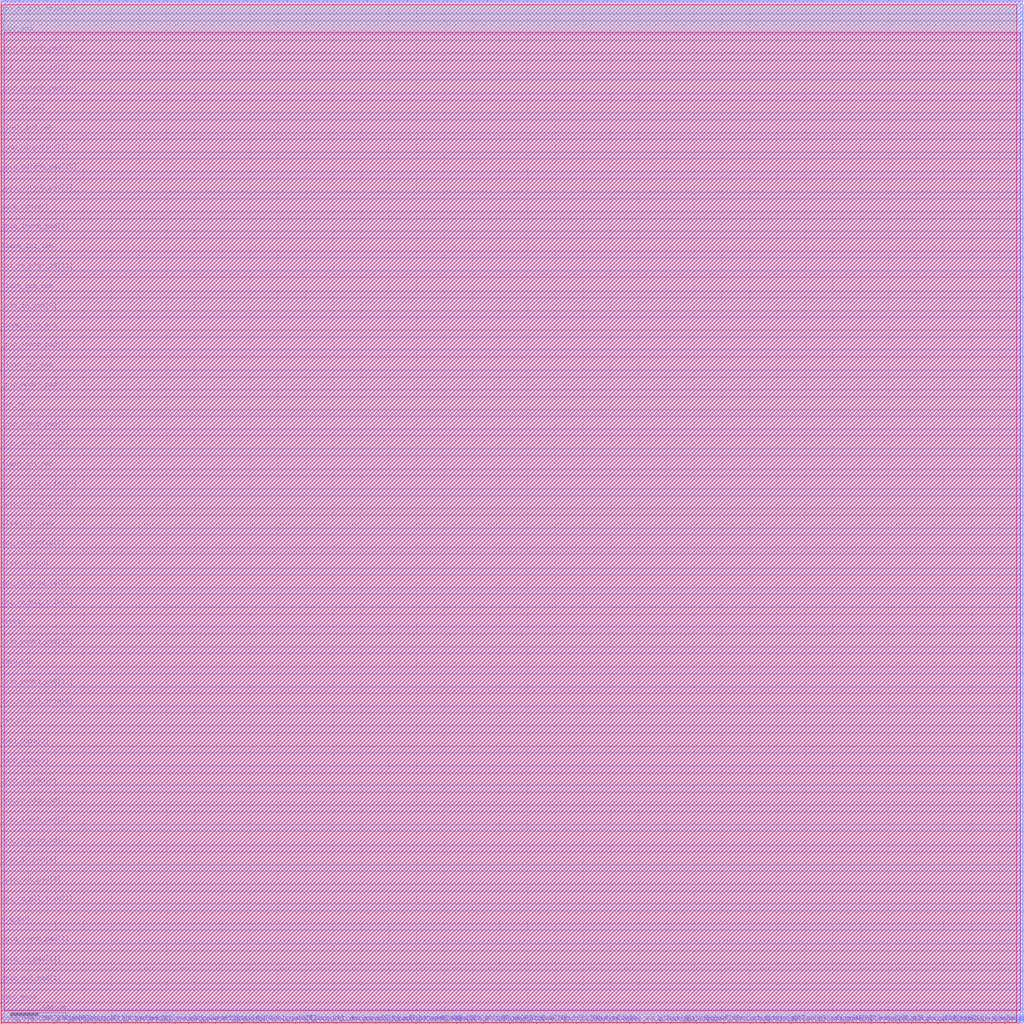
<source format=lef>
VERSION 5.3 ;
   NAMESCASESENSITIVE ON ;
   NOWIREEXTENSIONATPIN ON ;
   DIVIDERCHAR "/" ;
   BUSBITCHARS "[]" ;
UNITS
   DATABASE MICRONS 1000 ;
END UNITS

MACRO striVe_soc
   CLASS BLOCK ;
   FOREIGN striVe_soc ;
   ORIGIN -0.0000 -0.0000 ;
   SIZE 1844.9650 BY 1844.9650 ;
   PIN pll_clk
      DIRECTION INPUT ;
      PORT
         LAYER met2 ;
	    RECT 1496.9500 0.0000 1497.5100 2.1200 ;
      END
   END pll_clk
   PIN ext_clk
      DIRECTION INPUT ;
      PORT
         LAYER met3 ;
	    RECT 0.0000 536.2200 2.2000 537.4200 ;
      END
   END ext_clk
   PIN ext_clk_sel
      DIRECTION INPUT ;
      PORT
         LAYER met3 ;
	    RECT 0.0000 1640.5399 2.2000 1641.7400 ;
      END
   END ext_clk_sel
   PIN clk
      DIRECTION INPUT ;
      PORT
         LAYER met2 ;
	    RECT 1110.5499 0.0000 1111.1100 2.1200 ;
      END
   END clk
   PIN resetn
      DIRECTION INPUT ;
      PORT
         LAYER met3 ;
	    RECT 0.0000 714.3800 2.2000 715.5800 ;
      END
   END resetn
   PIN gpio_out_pad[15]
      DIRECTION OUTPUT TRISTATE ;
      PORT
         LAYER met2 ;
	    RECT 652.3900 0.0000 652.9500 2.1200 ;
      END
   END gpio_out_pad[15]
   PIN gpio_out_pad[14]
      DIRECTION OUTPUT TRISTATE ;
      PORT
         LAYER met3 ;
	    RECT 1842.7650 915.6600 1844.9650 916.8600 ;
      END
   END gpio_out_pad[14]
   PIN gpio_out_pad[13]
      DIRECTION OUTPUT TRISTATE ;
      PORT
         LAYER met2 ;
	    RECT 1191.5100 1842.8450 1192.0699 1844.9650 ;
      END
   END gpio_out_pad[13]
   PIN gpio_out_pad[12]
      DIRECTION OUTPUT TRISTATE ;
      PORT
         LAYER met2 ;
	    RECT 97.6300 0.0000 98.1900 2.1200 ;
      END
   END gpio_out_pad[12]
   PIN gpio_out_pad[11]
      DIRECTION OUTPUT TRISTATE ;
      PORT
         LAYER met3 ;
	    RECT 1842.7650 1129.1799 1844.9650 1130.3800 ;
      END
   END gpio_out_pad[11]
   PIN gpio_out_pad[10]
      DIRECTION OUTPUT TRISTATE ;
      PORT
         LAYER met2 ;
	    RECT 363.5100 0.0000 364.0700 2.1200 ;
      END
   END gpio_out_pad[10]
   PIN gpio_out_pad[9]
      DIRECTION OUTPUT TRISTATE ;
      PORT
         LAYER met2 ;
	    RECT 1665.3099 0.0000 1665.8700 2.1200 ;
      END
   END gpio_out_pad[9]
   PIN gpio_out_pad[8]
      DIRECTION OUTPUT TRISTATE ;
      PORT
         LAYER met2 ;
	    RECT 9.3100 1842.8450 9.8700 1844.9650 ;
      END
   END gpio_out_pad[8]
   PIN gpio_out_pad[7]
      DIRECTION OUTPUT TRISTATE ;
      PORT
         LAYER met2 ;
	    RECT 1600.9099 1842.8450 1601.4700 1844.9650 ;
      END
   END gpio_out_pad[7]
   PIN gpio_out_pad[6]
      DIRECTION OUTPUT TRISTATE ;
      PORT
         LAYER met3 ;
	    RECT 1842.7650 630.0600 1844.9650 631.2600 ;
      END
   END gpio_out_pad[6]
   PIN gpio_out_pad[5]
      DIRECTION OUTPUT TRISTATE ;
      PORT
         LAYER met3 ;
	    RECT 1842.7650 594.7000 1844.9650 595.9000 ;
      END
   END gpio_out_pad[5]
   PIN gpio_out_pad[4]
      DIRECTION OUTPUT TRISTATE ;
      PORT
         LAYER met2 ;
	    RECT 1215.4299 1842.8450 1215.9900 1844.9650 ;
      END
   END gpio_out_pad[4]
   PIN gpio_out_pad[3]
      DIRECTION OUTPUT TRISTATE ;
      PORT
         LAYER met2 ;
	    RECT 460.1100 0.0000 460.6700 2.1200 ;
      END
   END gpio_out_pad[3]
   PIN gpio_out_pad[2]
      DIRECTION OUTPUT TRISTATE ;
      PORT
         LAYER met3 ;
	    RECT 0.0000 250.6200 2.2000 251.8200 ;
      END
   END gpio_out_pad[2]
   PIN gpio_out_pad[1]
      DIRECTION OUTPUT TRISTATE ;
      PORT
         LAYER met3 ;
	    RECT 0.0000 72.4600 2.2000 73.6600 ;
      END
   END gpio_out_pad[1]
   PIN gpio_out_pad[0]
      DIRECTION OUTPUT TRISTATE ;
      PORT
         LAYER met2 ;
	    RECT 1183.2300 0.0000 1183.7899 2.1200 ;
      END
   END gpio_out_pad[0]
   PIN gpio_in_pad[15]
      DIRECTION INPUT ;
      PORT
         LAYER met3 ;
	    RECT 1842.7650 1414.7800 1844.9650 1415.9800 ;
      END
   END gpio_in_pad[15]
   PIN gpio_in_pad[14]
      DIRECTION INPUT ;
      PORT
         LAYER met2 ;
	    RECT 1480.3900 1842.8450 1480.9500 1844.9650 ;
      END
   END gpio_in_pad[14]
   PIN gpio_in_pad[13]
      DIRECTION INPUT ;
      PORT
         LAYER met2 ;
	    RECT 1335.9500 1842.8450 1336.5100 1844.9650 ;
      END
   END gpio_in_pad[13]
   PIN gpio_in_pad[12]
      DIRECTION INPUT ;
      PORT
         LAYER met2 ;
	    RECT 122.4700 0.0000 123.0300 2.1200 ;
      END
   END gpio_in_pad[12]
   PIN gpio_in_pad[11]
      DIRECTION INPUT ;
      PORT
         LAYER met3 ;
	    RECT 0.0000 107.8200 2.2000 109.0200 ;
      END
   END gpio_in_pad[11]
   PIN gpio_in_pad[10]
      DIRECTION INPUT ;
      PORT
         LAYER met2 ;
	    RECT 1529.1500 1842.8450 1529.7100 1844.9650 ;
      END
   END gpio_in_pad[10]
   PIN gpio_in_pad[9]
      DIRECTION INPUT ;
      PORT
         LAYER met3 ;
	    RECT 0.0000 1284.2200 2.2000 1285.4199 ;
      END
   END gpio_in_pad[9]
   PIN gpio_in_pad[8]
      DIRECTION INPUT ;
      PORT
         LAYER met3 ;
	    RECT 1842.7650 1236.6200 1844.9650 1237.8199 ;
      END
   END gpio_in_pad[8]
   PIN gpio_in_pad[7]
      DIRECTION INPUT ;
      PORT
         LAYER met3 ;
	    RECT 1842.7650 273.7400 1844.9650 274.9400 ;
      END
   END gpio_in_pad[7]
   PIN gpio_in_pad[6]
      DIRECTION INPUT ;
      PORT
         LAYER met3 ;
	    RECT 0.0000 428.7800 2.2000 429.9800 ;
      END
   END gpio_in_pad[6]
   PIN gpio_in_pad[5]
      DIRECTION INPUT ;
      PORT
         LAYER met2 ;
	    RECT 918.2700 0.0000 918.8300 2.1200 ;
      END
   END gpio_in_pad[5]
   PIN gpio_in_pad[4]
      DIRECTION INPUT ;
      PORT
         LAYER met3 ;
	    RECT 0.0000 285.9800 2.2000 287.1800 ;
      END
   END gpio_in_pad[4]
   PIN gpio_in_pad[3]
      DIRECTION INPUT ;
      PORT
         LAYER met3 ;
	    RECT 1842.7650 451.9000 1844.9650 453.1000 ;
      END
   END gpio_in_pad[3]
   PIN gpio_in_pad[2]
      DIRECTION INPUT ;
      PORT
         LAYER met3 ;
	    RECT 1842.7650 167.6600 1844.9650 168.8600 ;
      END
   END gpio_in_pad[2]
   PIN gpio_in_pad[1]
      DIRECTION INPUT ;
      PORT
         LAYER met2 ;
	    RECT 1231.0699 0.0000 1231.6300 2.1200 ;
      END
   END gpio_in_pad[1]
   PIN gpio_in_pad[0]
      DIRECTION INPUT ;
      PORT
         LAYER met2 ;
	    RECT 1013.9500 0.0000 1014.5099 2.1200 ;
      END
   END gpio_in_pad[0]
   PIN gpio_mode0_pad[15]
      DIRECTION OUTPUT TRISTATE ;
      PORT
         LAYER met2 ;
	    RECT 1359.8700 1842.8450 1360.4299 1844.9650 ;
      END
   END gpio_mode0_pad[15]
   PIN gpio_mode0_pad[14]
      DIRECTION OUTPUT TRISTATE ;
      PORT
         LAYER met2 ;
	    RECT 1617.4700 0.0000 1618.0299 2.1200 ;
      END
   END gpio_mode0_pad[14]
   PIN gpio_mode0_pad[13]
      DIRECTION OUTPUT TRISTATE ;
      PORT
         LAYER met2 ;
	    RECT 25.8700 0.0000 26.4300 2.1200 ;
      END
   END gpio_mode0_pad[13]
   PIN gpio_mode0_pad[12]
      DIRECTION OUTPUT TRISTATE ;
      PORT
         LAYER met2 ;
	    RECT 748.9900 0.0000 749.5500 2.1200 ;
      END
   END gpio_mode0_pad[12]
   PIN gpio_mode0_pad[11]
      DIRECTION OUTPUT TRISTATE ;
      PORT
         LAYER met2 ;
	    RECT 998.3100 1842.8450 998.8700 1844.9650 ;
      END
   END gpio_mode0_pad[11]
   PIN gpio_mode0_pad[10]
      DIRECTION OUTPUT TRISTATE ;
      PORT
         LAYER met2 ;
	    RECT 701.1500 0.0000 701.7100 2.1200 ;
      END
   END gpio_mode0_pad[10]
   PIN gpio_mode0_pad[9]
      DIRECTION OUTPUT TRISTATE ;
      PORT
         LAYER met2 ;
	    RECT 1022.2300 1842.8450 1022.7900 1844.9650 ;
      END
   END gpio_mode0_pad[9]
   PIN gpio_mode0_pad[8]
      DIRECTION OUTPUT TRISTATE ;
      PORT
         LAYER met3 ;
	    RECT 1842.7650 702.1400 1844.9650 703.3400 ;
      END
   END gpio_mode0_pad[8]
   PIN gpio_mode0_pad[7]
      DIRECTION OUTPUT TRISTATE ;
      PORT
         LAYER met3 ;
	    RECT 1842.7650 1663.6599 1844.9650 1664.8600 ;
      END
   END gpio_mode0_pad[7]
   PIN gpio_mode0_pad[6]
      DIRECTION OUTPUT TRISTATE ;
      PORT
         LAYER met3 ;
	    RECT 1842.7650 1093.8199 1844.9650 1095.0200 ;
      END
   END gpio_mode0_pad[6]
   PIN gpio_mode0_pad[5]
      DIRECTION OUTPUT TRISTATE ;
      PORT
         LAYER met2 ;
	    RECT 419.6300 1842.8450 420.1900 1844.9650 ;
      END
   END gpio_mode0_pad[5]
   PIN gpio_mode0_pad[4]
      DIRECTION OUTPUT TRISTATE ;
      PORT
         LAYER met3 ;
	    RECT 1842.7650 880.3000 1844.9650 881.5000 ;
      END
   END gpio_mode0_pad[4]
   PIN gpio_mode0_pad[3]
      DIRECTION OUTPUT TRISTATE ;
      PORT
         LAYER met2 ;
	    RECT 371.7900 1842.8450 372.3500 1844.9650 ;
      END
   END gpio_mode0_pad[3]
   PIN gpio_mode0_pad[2]
      DIRECTION OUTPUT TRISTATE ;
      PORT
         LAYER met3 ;
	    RECT 1842.7650 1771.1000 1844.9650 1772.2999 ;
      END
   END gpio_mode0_pad[2]
   PIN gpio_mode0_pad[1]
      DIRECTION OUTPUT TRISTATE ;
      PORT
         LAYER met2 ;
	    RECT 612.8300 1842.8450 613.3900 1844.9650 ;
      END
   END gpio_mode0_pad[1]
   PIN gpio_mode0_pad[0]
      DIRECTION OUTPUT TRISTATE ;
      PORT
         LAYER met2 ;
	    RECT 1809.7500 0.0000 1810.3099 2.1200 ;
      END
   END gpio_mode0_pad[0]
   PIN gpio_mode1_pad[15]
      DIRECTION OUTPUT TRISTATE ;
      PORT
         LAYER met3 ;
	    RECT 0.0000 679.0200 2.2000 680.2200 ;
      END
   END gpio_mode1_pad[15]
   PIN gpio_mode1_pad[14]
      DIRECTION OUTPUT TRISTATE ;
      PORT
         LAYER met3 ;
	    RECT 1842.7650 1592.9399 1844.9650 1594.1400 ;
      END
   END gpio_mode1_pad[14]
   PIN gpio_mode1_pad[13]
      DIRECTION OUTPUT TRISTATE ;
      PORT
         LAYER met3 ;
	    RECT 0.0000 606.9400 2.2000 608.1400 ;
      END
   END gpio_mode1_pad[13]
   PIN gpio_mode1_pad[12]
      DIRECTION OUTPUT TRISTATE ;
      PORT
         LAYER met2 ;
	    RECT 1841.9500 1842.8450 1842.5100 1844.9650 ;
      END
   END gpio_mode1_pad[12]
   PIN gpio_mode1_pad[11]
      DIRECTION OUTPUT TRISTATE ;
      PORT
         LAYER met2 ;
	    RECT 636.7500 1842.8450 637.3100 1844.9650 ;
      END
   END gpio_mode1_pad[11]
   PIN gpio_mode1_pad[10]
      DIRECTION OUTPUT TRISTATE ;
      PORT
         LAYER met3 ;
	    RECT 1842.7650 1058.4600 1844.9650 1059.6600 ;
      END
   END gpio_mode1_pad[10]
   PIN gpio_mode1_pad[9]
      DIRECTION OUTPUT TRISTATE ;
      PORT
         LAYER met2 ;
	    RECT 299.1100 1842.8450 299.6700 1844.9650 ;
      END
   END gpio_mode1_pad[9]
   PIN gpio_mode1_pad[8]
      DIRECTION OUTPUT TRISTATE ;
      PORT
         LAYER met2 ;
	    RECT 1625.7500 1842.8450 1626.3099 1844.9650 ;
      END
   END gpio_mode1_pad[8]
   PIN gpio_mode1_pad[7]
      DIRECTION OUTPUT TRISTATE ;
      PORT
         LAYER met2 ;
	    RECT 202.5100 1842.8450 203.0700 1844.9650 ;
      END
   END gpio_mode1_pad[7]
   PIN gpio_mode1_pad[6]
      DIRECTION OUTPUT TRISTATE ;
      PORT
         LAYER met2 ;
	    RECT 1432.5499 1842.8450 1433.1100 1844.9650 ;
      END
   END gpio_mode1_pad[6]
   PIN gpio_mode1_pad[5]
      DIRECTION OUTPUT TRISTATE ;
      PORT
         LAYER met2 ;
	    RECT 275.1900 1842.8450 275.7500 1844.9650 ;
      END
   END gpio_mode1_pad[5]
   PIN gpio_mode1_pad[4]
      DIRECTION OUTPUT TRISTATE ;
      PORT
         LAYER met3 ;
	    RECT 1842.7650 1485.5000 1844.9650 1486.7000 ;
      END
   END gpio_mode1_pad[4]
   PIN gpio_mode1_pad[3]
      DIRECTION OUTPUT TRISTATE ;
      PORT
         LAYER met3 ;
	    RECT 0.0000 1141.4199 2.2000 1142.6200 ;
      END
   END gpio_mode1_pad[3]
   PIN gpio_mode1_pad[2]
      DIRECTION OUTPUT TRISTATE ;
      PORT
         LAYER met3 ;
	    RECT 0.0000 1035.3400 2.2000 1036.5399 ;
      END
   END gpio_mode1_pad[2]
   PIN gpio_mode1_pad[1]
      DIRECTION OUTPUT TRISTATE ;
      PORT
         LAYER met2 ;
	    RECT 1142.7500 1842.8450 1143.3099 1844.9650 ;
      END
   END gpio_mode1_pad[1]
   PIN gpio_mode1_pad[0]
      DIRECTION OUTPUT TRISTATE ;
      PORT
         LAYER met2 ;
	    RECT 1094.9100 1842.8450 1095.4700 1844.9650 ;
      END
   END gpio_mode1_pad[0]
   PIN gpio_outenb_pad[15]
      DIRECTION OUTPUT TRISTATE ;
      PORT
         LAYER met3 ;
	    RECT 0.0000 1534.4600 2.2000 1535.6599 ;
      END
   END gpio_outenb_pad[15]
   PIN gpio_outenb_pad[14]
      DIRECTION OUTPUT TRISTATE ;
      PORT
         LAYER met2 ;
	    RECT 757.2700 1842.8450 757.8300 1844.9650 ;
      END
   END gpio_outenb_pad[14]
   PIN gpio_outenb_pad[13]
      DIRECTION OUTPUT TRISTATE ;
      PORT
         LAYER met2 ;
	    RECT 516.2300 1842.8450 516.7900 1844.9650 ;
      END
   END gpio_outenb_pad[13]
   PIN gpio_outenb_pad[12]
      DIRECTION OUTPUT TRISTATE ;
      PORT
         LAYER met2 ;
	    RECT 467.4700 1842.8450 468.0300 1844.9650 ;
      END
   END gpio_outenb_pad[12]
   PIN gpio_outenb_pad[11]
      DIRECTION OUTPUT TRISTATE ;
      PORT
         LAYER met2 ;
	    RECT 1520.8700 0.0000 1521.4299 2.1200 ;
      END
   END gpio_outenb_pad[11]
   PIN gpio_outenb_pad[10]
      DIRECTION OUTPUT TRISTATE ;
      PORT
         LAYER met3 ;
	    RECT 0.0000 1675.8999 2.2000 1677.1000 ;
      END
   END gpio_outenb_pad[10]
   PIN gpio_outenb_pad[9]
      DIRECTION OUTPUT TRISTATE ;
      PORT
         LAYER met2 ;
	    RECT 829.9500 1842.8450 830.5100 1844.9650 ;
      END
   END gpio_outenb_pad[9]
   PIN gpio_outenb_pad[8]
      DIRECTION OUTPUT TRISTATE ;
      PORT
         LAYER met2 ;
	    RECT 1312.0300 1842.8450 1312.5900 1844.9650 ;
      END
   END gpio_outenb_pad[8]
   PIN gpio_outenb_pad[7]
      DIRECTION OUTPUT TRISTATE ;
      PORT
         LAYER met3 ;
	    RECT 1842.7650 309.1000 1844.9650 310.3000 ;
      END
   END gpio_outenb_pad[7]
   PIN gpio_outenb_pad[6]
      DIRECTION OUTPUT TRISTATE ;
      PORT
         LAYER met2 ;
	    RECT 877.7900 1842.8450 878.3500 1844.9650 ;
      END
   END gpio_outenb_pad[6]
   PIN gpio_outenb_pad[5]
      DIRECTION OUTPUT TRISTATE ;
      PORT
         LAYER met3 ;
	    RECT 0.0000 1747.9800 2.2000 1749.1799 ;
      END
   END gpio_outenb_pad[5]
   PIN gpio_outenb_pad[4]
      DIRECTION OUTPUT TRISTATE ;
      PORT
         LAYER met3 ;
	    RECT 1842.7650 1344.0599 1844.9650 1345.2600 ;
      END
   END gpio_outenb_pad[4]
   PIN gpio_outenb_pad[3]
      DIRECTION OUTPUT TRISTATE ;
      PORT
         LAYER met2 ;
	    RECT 733.3500 1842.8450 733.9100 1844.9650 ;
      END
   END gpio_outenb_pad[3]
   PIN gpio_outenb_pad[2]
      DIRECTION OUTPUT TRISTATE ;
      PORT
         LAYER met2 ;
	    RECT 580.6300 0.0000 581.1900 2.1200 ;
      END
   END gpio_outenb_pad[2]
   PIN gpio_outenb_pad[1]
      DIRECTION OUTPUT TRISTATE ;
      PORT
         LAYER met3 ;
	    RECT 0.0000 1497.7400 2.2000 1498.9399 ;
      END
   END gpio_outenb_pad[1]
   PIN gpio_outenb_pad[0]
      DIRECTION OUTPUT TRISTATE ;
      PORT
         LAYER met3 ;
	    RECT 0.0000 927.9000 2.2000 929.1000 ;
      END
   END gpio_outenb_pad[0]
   PIN gpio_inenb_pad[15]
      DIRECTION OUTPUT TRISTATE ;
      PORT
         LAYER met3 ;
	    RECT 1842.7650 1700.3800 1844.9650 1701.5800 ;
      END
   END gpio_inenb_pad[15]
   PIN gpio_inenb_pad[14]
      DIRECTION OUTPUT TRISTATE ;
      PORT
         LAYER met2 ;
	    RECT 1689.2300 0.0000 1689.7899 2.1200 ;
      END
   END gpio_inenb_pad[14]
   PIN gpio_inenb_pad[13]
      DIRECTION OUTPUT TRISTATE ;
      PORT
         LAYER met2 ;
	    RECT 1279.8300 0.0000 1280.3900 2.1200 ;
      END
   END gpio_inenb_pad[13]
   PIN gpio_inenb_pad[12]
      DIRECTION OUTPUT TRISTATE ;
      PORT
         LAYER met2 ;
	    RECT 154.6700 1842.8450 155.2300 1844.9650 ;
      END
   END gpio_inenb_pad[12]
   PIN gpio_inenb_pad[11]
      DIRECTION OUTPUT TRISTATE ;
      PORT
         LAYER met2 ;
	    RECT 323.0300 1842.8450 323.5900 1844.9650 ;
      END
   END gpio_inenb_pad[11]
   PIN gpio_inenb_pad[10]
      DIRECTION OUTPUT TRISTATE ;
      PORT
         LAYER met2 ;
	    RECT 435.2700 0.0000 435.8300 2.1200 ;
      END
   END gpio_inenb_pad[10]
   PIN gpio_inenb_pad[9]
      DIRECTION OUTPUT TRISTATE ;
      PORT
         LAYER met2 ;
	    RECT 1721.4299 1842.8450 1721.9900 1844.9650 ;
      END
   END gpio_inenb_pad[9]
   PIN gpio_inenb_pad[8]
      DIRECTION OUTPUT TRISTATE ;
      PORT
         LAYER met2 ;
	    RECT 1456.4700 1842.8450 1457.0299 1844.9650 ;
      END
   END gpio_inenb_pad[8]
   PIN gpio_inenb_pad[7]
      DIRECTION OUTPUT TRISTATE ;
      PORT
         LAYER met3 ;
	    RECT 0.0000 1070.7000 2.2000 1071.9000 ;
      END
   END gpio_inenb_pad[7]
   PIN gpio_inenb_pad[6]
      DIRECTION OUTPUT TRISTATE ;
      PORT
         LAYER met2 ;
	    RECT 34.1500 1842.8450 34.7100 1844.9650 ;
      END
   END gpio_inenb_pad[6]
   PIN gpio_inenb_pad[5]
      DIRECTION OUTPUT TRISTATE ;
      PORT
         LAYER met3 ;
	    RECT 0.0000 1213.5000 2.2000 1214.7000 ;
      END
   END gpio_inenb_pad[5]
   PIN gpio_inenb_pad[4]
      DIRECTION OUTPUT TRISTATE ;
      PORT
         LAYER met3 ;
	    RECT 0.0000 1427.0200 2.2000 1428.2200 ;
      END
   END gpio_inenb_pad[4]
   PIN gpio_inenb_pad[3]
      DIRECTION OUTPUT TRISTATE ;
      PORT
         LAYER met2 ;
	    RECT 1794.1100 1842.8450 1794.6699 1844.9650 ;
      END
   END gpio_inenb_pad[3]
   PIN gpio_inenb_pad[2]
      DIRECTION OUTPUT TRISTATE ;
      PORT
         LAYER met3 ;
	    RECT 0.0000 358.0600 2.2000 359.2600 ;
      END
   END gpio_inenb_pad[2]
   PIN gpio_inenb_pad[1]
      DIRECTION OUTPUT TRISTATE ;
      PORT
         LAYER met3 ;
	    RECT 0.0000 143.1800 2.2000 144.3800 ;
      END
   END gpio_inenb_pad[1]
   PIN gpio_inenb_pad[0]
      DIRECTION OUTPUT TRISTATE ;
      PORT
         LAYER met3 ;
	    RECT 1842.7650 1450.1400 1844.9650 1451.3400 ;
      END
   END gpio_inenb_pad[0]
   PIN adc0_ena
      DIRECTION OUTPUT TRISTATE ;
      PORT
         LAYER met3 ;
	    RECT 0.0000 1783.3400 2.2000 1784.5399 ;
      END
   END adc0_ena
   PIN adc0_convert
      DIRECTION OUTPUT TRISTATE ;
      PORT
         LAYER met3 ;
	    RECT 0.0000 1462.3800 2.2000 1463.5800 ;
      END
   END adc0_convert
   PIN adc0_data[9]
      DIRECTION INPUT ;
      PORT
         LAYER met3 ;
	    RECT 1842.7650 986.3800 1844.9650 987.5800 ;
      END
   END adc0_data[9]
   PIN adc0_data[8]
      DIRECTION INPUT ;
      PORT
         LAYER met2 ;
	    RECT 443.5500 1842.8450 444.1100 1844.9650 ;
      END
   END adc0_data[8]
   PIN adc0_data[7]
      DIRECTION INPUT ;
      PORT
         LAYER met2 ;
	    RECT 411.3500 0.0000 411.9100 2.1200 ;
      END
   END adc0_data[7]
   PIN adc0_data[6]
      DIRECTION INPUT ;
      PORT
         LAYER met2 ;
	    RECT 1351.5900 0.0000 1352.1500 2.1200 ;
      END
   END adc0_data[6]
   PIN adc0_data[5]
      DIRECTION INPUT ;
      PORT
         LAYER met2 ;
	    RECT 869.5100 0.0000 870.0700 2.1200 ;
      END
   END adc0_data[5]
   PIN adc0_data[4]
      DIRECTION INPUT ;
      PORT
         LAYER met2 ;
	    RECT 387.4300 0.0000 387.9900 2.1200 ;
      END
   END adc0_data[4]
   PIN adc0_data[3]
      DIRECTION INPUT ;
      PORT
         LAYER met3 ;
	    RECT 0.0000 464.1400 2.2000 465.3400 ;
      END
   END adc0_data[3]
   PIN adc0_data[2]
      DIRECTION INPUT ;
      PORT
         LAYER met2 ;
	    RECT 1649.6699 1842.8450 1650.2300 1844.9650 ;
      END
   END adc0_data[2]
   PIN adc0_data[1]
      DIRECTION INPUT ;
      PORT
         LAYER met2 ;
	    RECT 338.6700 0.0000 339.2300 2.1200 ;
      END
   END adc0_data[1]
   PIN adc0_data[0]
      DIRECTION INPUT ;
      PORT
         LAYER met3 ;
	    RECT 1842.7650 559.3400 1844.9650 560.5400 ;
      END
   END adc0_data[0]
   PIN adc0_done
      DIRECTION INPUT ;
      PORT
         LAYER met3 ;
	    RECT 0.0000 37.1000 2.2000 38.3000 ;
      END
   END adc0_done
   PIN adc0_clk
      DIRECTION OUTPUT TRISTATE ;
      PORT
         LAYER met3 ;
	    RECT 0.0000 642.3000 2.2000 643.5000 ;
      END
   END adc0_clk
   PIN adc0_inputsrc[1]
      DIRECTION OUTPUT TRISTATE ;
      PORT
         LAYER met3 ;
	    RECT 1842.7650 1164.5399 1844.9650 1165.7400 ;
      END
   END adc0_inputsrc[1]
   PIN adc0_inputsrc[0]
      DIRECTION OUTPUT TRISTATE ;
      PORT
         LAYER met2 ;
	    RECT 966.1100 0.0000 966.6700 2.1200 ;
      END
   END adc0_inputsrc[0]
   PIN adc1_ena
      DIRECTION OUTPUT TRISTATE ;
      PORT
         LAYER met2 ;
	    RECT 942.1900 0.0000 942.7500 2.1200 ;
      END
   END adc1_ena
   PIN adc1_convert
      DIRECTION OUTPUT TRISTATE ;
      PORT
         LAYER met2 ;
	    RECT 266.9100 0.0000 267.4700 2.1200 ;
      END
   END adc1_convert
   PIN adc1_clk
      DIRECTION OUTPUT TRISTATE ;
      PORT
         LAYER met2 ;
	    RECT 218.1500 0.0000 218.7100 2.1200 ;
      END
   END adc1_clk
   PIN adc1_inputsrc[1]
      DIRECTION OUTPUT TRISTATE ;
      PORT
         LAYER met3 ;
	    RECT 1842.7650 1557.5800 1844.9650 1558.7799 ;
      END
   END adc1_inputsrc[1]
   PIN adc1_inputsrc[0]
      DIRECTION OUTPUT TRISTATE ;
      PORT
         LAYER met2 ;
	    RECT 194.2300 0.0000 194.7900 2.1200 ;
      END
   END adc1_inputsrc[0]
   PIN adc1_data[9]
      DIRECTION INPUT ;
      PORT
         LAYER met2 ;
	    RECT 531.8700 0.0000 532.4300 2.1200 ;
      END
   END adc1_data[9]
   PIN adc1_data[8]
      DIRECTION INPUT ;
      PORT
         LAYER met2 ;
	    RECT 1070.9900 1842.8450 1071.5499 1844.9650 ;
      END
   END adc1_data[8]
   PIN adc1_data[7]
      DIRECTION INPUT ;
      PORT
         LAYER met2 ;
	    RECT 1544.7899 0.0000 1545.3500 2.1200 ;
      END
   END adc1_data[7]
   PIN adc1_data[6]
      DIRECTION INPUT ;
      PORT
         LAYER met3 ;
	    RECT 1842.7650 381.1800 1844.9650 382.3800 ;
      END
   END adc1_data[6]
   PIN adc1_data[5]
      DIRECTION INPUT ;
      PORT
         LAYER met2 ;
	    RECT 772.9100 0.0000 773.4700 2.1200 ;
      END
   END adc1_data[5]
   PIN adc1_data[4]
      DIRECTION INPUT ;
      PORT
         LAYER met2 ;
	    RECT 1761.9099 0.0000 1762.4700 2.1200 ;
      END
   END adc1_data[4]
   PIN adc1_data[3]
      DIRECTION INPUT ;
      PORT
         LAYER met2 ;
	    RECT 1159.3099 0.0000 1159.8700 2.1200 ;
      END
   END adc1_data[3]
   PIN adc1_data[2]
      DIRECTION INPUT ;
      PORT
         LAYER met3 ;
	    RECT 0.0000 499.5000 2.2000 500.7000 ;
      END
   END adc1_data[2]
   PIN adc1_data[1]
      DIRECTION INPUT ;
      PORT
         LAYER met2 ;
	    RECT 484.0300 0.0000 484.5900 2.1200 ;
      END
   END adc1_data[1]
   PIN adc1_data[0]
      DIRECTION INPUT ;
      PORT
         LAYER met3 ;
	    RECT 1842.7650 24.8600 1844.9650 26.0600 ;
      END
   END adc1_data[0]
   PIN adc1_done
      DIRECTION INPUT ;
      PORT
         LAYER met2 ;
	    RECT 58.0700 1842.8450 58.6300 1844.9650 ;
      END
   END adc1_done
   PIN dac_ena
      DIRECTION OUTPUT TRISTATE ;
      PORT
         LAYER met2 ;
	    RECT 1713.1499 0.0000 1713.7100 2.1200 ;
      END
   END dac_ena
   PIN dac_value[9]
      DIRECTION OUTPUT TRISTATE ;
      PORT
         LAYER met2 ;
	    RECT 1383.7899 1842.8450 1384.3500 1844.9650 ;
      END
   END dac_value[9]
   PIN dac_value[8]
      DIRECTION OUTPUT TRISTATE ;
      PORT
         LAYER met2 ;
	    RECT 73.7100 0.0000 74.2700 2.1200 ;
      END
   END dac_value[8]
   PIN dac_value[7]
      DIRECTION OUTPUT TRISTATE ;
      PORT
         LAYER met2 ;
	    RECT 564.0700 1842.8450 564.6300 1844.9650 ;
      END
   END dac_value[7]
   PIN dac_value[6]
      DIRECTION OUTPUT TRISTATE ;
      PORT
         LAYER met2 ;
	    RECT 492.3100 1842.8450 492.8700 1844.9650 ;
      END
   END dac_value[6]
   PIN dac_value[5]
      DIRECTION OUTPUT TRISTATE ;
      PORT
         LAYER met2 ;
	    RECT 901.7100 1842.8450 902.2700 1844.9650 ;
      END
   END dac_value[5]
   PIN dac_value[4]
      DIRECTION OUTPUT TRISTATE ;
      PORT
         LAYER met2 ;
	    RECT 853.8700 1842.8450 854.4300 1844.9650 ;
      END
   END dac_value[4]
   PIN dac_value[3]
      DIRECTION OUTPUT TRISTATE ;
      PORT
         LAYER met3 ;
	    RECT 1842.7650 487.2600 1844.9650 488.4600 ;
      END
   END dac_value[3]
   PIN dac_value[2]
      DIRECTION OUTPUT TRISTATE ;
      PORT
         LAYER met2 ;
	    RECT 1400.3500 0.0000 1400.9099 2.1200 ;
      END
   END dac_value[2]
   PIN dac_value[1]
      DIRECTION OUTPUT TRISTATE ;
      PORT
         LAYER met3 ;
	    RECT 1842.7650 844.9400 1844.9650 846.1400 ;
      END
   END dac_value[1]
   PIN dac_value[0]
      DIRECTION OUTPUT TRISTATE ;
      PORT
         LAYER met2 ;
	    RECT 588.9100 1842.8450 589.4700 1844.9650 ;
      END
   END dac_value[0]
   PIN analog_out_sel
      DIRECTION OUTPUT TRISTATE ;
      PORT
         LAYER met3 ;
	    RECT 1842.7650 1806.4600 1844.9650 1807.6599 ;
      END
   END analog_out_sel
   PIN opamp_ena
      DIRECTION OUTPUT TRISTATE ;
      PORT
         LAYER met3 ;
	    RECT 1842.7650 1023.1000 1844.9650 1024.2999 ;
      END
   END opamp_ena
   PIN opamp_bias_ena
      DIRECTION OUTPUT TRISTATE ;
      PORT
         LAYER met3 ;
	    RECT 0.0000 1248.8600 2.2000 1250.0599 ;
      END
   END opamp_bias_ena
   PIN bg_ena
      DIRECTION OUTPUT TRISTATE ;
      PORT
         LAYER met2 ;
	    RECT 507.9500 0.0000 508.5100 2.1200 ;
      END
   END bg_ena
   PIN comp_ena
      DIRECTION OUTPUT TRISTATE ;
      PORT
         LAYER met2 ;
	    RECT 1.9500 0.0000 2.5100 2.1200 ;
      END
   END comp_ena
   PIN comp_ninputsrc[1]
      DIRECTION OUTPUT TRISTATE ;
      PORT
         LAYER met3 ;
	    RECT 0.0000 1569.8199 2.2000 1571.0200 ;
      END
   END comp_ninputsrc[1]
   PIN comp_ninputsrc[0]
      DIRECTION OUTPUT TRISTATE ;
      PORT
         LAYER met2 ;
	    RECT 1576.9900 1842.8450 1577.5499 1844.9650 ;
      END
   END comp_ninputsrc[0]
   PIN comp_pinputsrc[1]
      DIRECTION OUTPUT TRISTATE ;
      PORT
         LAYER met3 ;
	    RECT 1842.7650 1379.4199 1844.9650 1380.6200 ;
      END
   END comp_pinputsrc[1]
   PIN comp_pinputsrc[0]
      DIRECTION OUTPUT TRISTATE ;
      PORT
         LAYER met2 ;
	    RECT 925.6300 1842.8450 926.1900 1844.9650 ;
      END
   END comp_pinputsrc[0]
   PIN rcosc_ena
      DIRECTION OUTPUT TRISTATE ;
      PORT
         LAYER met2 ;
	    RECT 1770.1899 1842.8450 1770.7500 1844.9650 ;
      END
   END rcosc_ena
   PIN overtemp_ena
      DIRECTION OUTPUT TRISTATE ;
      PORT
         LAYER met2 ;
	    RECT 1167.5900 1842.8450 1168.1500 1844.9650 ;
      END
   END overtemp_ena
   PIN overtemp
      DIRECTION INPUT ;
      PORT
         LAYER met2 ;
	    RECT 1086.6300 0.0000 1087.1899 2.1200 ;
      END
   END overtemp
   PIN rcosc_in
      DIRECTION INPUT ;
      PORT
         LAYER met2 ;
	    RECT 395.7100 1842.8450 396.2700 1844.9650 ;
      END
   END rcosc_in
   PIN xtal_in
      DIRECTION INPUT ;
      PORT
         LAYER met3 ;
	    RECT 1842.7650 1735.7400 1844.9650 1736.9399 ;
      END
   END xtal_in
   PIN comp_in
      DIRECTION INPUT ;
      PORT
         LAYER met2 ;
	    RECT 540.1500 1842.8450 540.7100 1844.9650 ;
      END
   END comp_in
   PIN spi_sck
      DIRECTION INPUT ;
      PORT
         LAYER met2 ;
	    RECT 781.1900 1842.8450 781.7500 1844.9650 ;
      END
   END spi_sck
   PIN spi_ro_config[7]
      DIRECTION INPUT ;
      PORT
         LAYER met2 ;
	    RECT 950.4700 1842.8450 951.0300 1844.9650 ;
      END
   END spi_ro_config[7]
   PIN spi_ro_config[6]
      DIRECTION INPUT ;
      PORT
         LAYER met2 ;
	    RECT 1239.3500 1842.8450 1239.9099 1844.9650 ;
      END
   END spi_ro_config[6]
   PIN spi_ro_config[5]
      DIRECTION INPUT ;
      PORT
         LAYER met2 ;
	    RECT 604.5500 0.0000 605.1100 2.1200 ;
      END
   END spi_ro_config[5]
   PIN spi_ro_config[4]
      DIRECTION INPUT ;
      PORT
         LAYER met2 ;
	    RECT 1737.9900 0.0000 1738.5499 2.1200 ;
      END
   END spi_ro_config[4]
   PIN spi_ro_config[3]
      DIRECTION INPUT ;
      PORT
         LAYER met2 ;
	    RECT 1697.5100 1842.8450 1698.0699 1844.9650 ;
      END
   END spi_ro_config[3]
   PIN spi_ro_config[2]
      DIRECTION INPUT ;
      PORT
         LAYER met3 ;
	    RECT 0.0000 857.1800 2.2000 858.3800 ;
      END
   END spi_ro_config[2]
   PIN spi_ro_config[1]
      DIRECTION INPUT ;
      PORT
         LAYER met2 ;
	    RECT 1472.1100 0.0000 1472.6699 2.1200 ;
      END
   END spi_ro_config[1]
   PIN spi_ro_config[0]
      DIRECTION INPUT ;
      PORT
         LAYER met2 ;
	    RECT 1038.7899 0.0000 1039.3500 2.1200 ;
      END
   END spi_ro_config[0]
   PIN spi_ro_xtal_ena
      DIRECTION INPUT ;
      PORT
         LAYER met2 ;
	    RECT 1288.1100 1842.8450 1288.6699 1844.9650 ;
      END
   END spi_ro_xtal_ena
   PIN spi_ro_reg_ena
      DIRECTION INPUT ;
      PORT
         LAYER met2 ;
	    RECT 290.8300 0.0000 291.3900 2.1200 ;
      END
   END spi_ro_reg_ena
   PIN spi_ro_pll_dco_ena
      DIRECTION INPUT ;
      PORT
         LAYER met2 ;
	    RECT 1376.4299 0.0000 1376.9900 2.1200 ;
      END
   END spi_ro_pll_dco_ena
   PIN spi_ro_pll_div[4]
      DIRECTION INPUT ;
      PORT
         LAYER met2 ;
	    RECT 1134.4700 0.0000 1135.0300 2.1200 ;
      END
   END spi_ro_pll_div[4]
   PIN spi_ro_pll_div[3]
      DIRECTION INPUT ;
      PORT
         LAYER met2 ;
	    RECT 660.6700 1842.8450 661.2300 1844.9650 ;
      END
   END spi_ro_pll_div[3]
   PIN spi_ro_pll_div[2]
      DIRECTION INPUT ;
      PORT
         LAYER met2 ;
	    RECT 130.7500 1842.8450 131.3100 1844.9650 ;
      END
   END spi_ro_pll_div[2]
   PIN spi_ro_pll_div[1]
      DIRECTION INPUT ;
      PORT
         LAYER met2 ;
	    RECT 1818.0299 1842.8450 1818.5900 1844.9650 ;
      END
   END spi_ro_pll_div[1]
   PIN spi_ro_pll_div[0]
      DIRECTION INPUT ;
      PORT
         LAYER met2 ;
	    RECT 49.7900 0.0000 50.3500 2.1200 ;
      END
   END spi_ro_pll_div[0]
   PIN spi_ro_pll_sel[2]
      DIRECTION INPUT ;
      PORT
         LAYER met2 ;
	    RECT 242.9900 0.0000 243.5500 2.1200 ;
      END
   END spi_ro_pll_sel[2]
   PIN spi_ro_pll_sel[1]
      DIRECTION INPUT ;
      PORT
         LAYER met2 ;
	    RECT 684.5900 1842.8450 685.1500 1844.9650 ;
      END
   END spi_ro_pll_sel[1]
   PIN spi_ro_pll_sel[0]
      DIRECTION INPUT ;
      PORT
         LAYER met2 ;
	    RECT 1785.8300 0.0000 1786.3900 2.1200 ;
      END
   END spi_ro_pll_sel[0]
   PIN spi_ro_pll_trim[25]
      DIRECTION INPUT ;
      PORT
         LAYER met2 ;
	    RECT 821.6700 0.0000 822.2300 2.1200 ;
      END
   END spi_ro_pll_trim[25]
   PIN spi_ro_pll_trim[24]
      DIRECTION INPUT ;
      PORT
         LAYER met3 ;
	    RECT 1842.7650 203.0200 1844.9650 204.2200 ;
      END
   END spi_ro_pll_trim[24]
   PIN spi_ro_pll_trim[23]
      DIRECTION INPUT ;
      PORT
         LAYER met3 ;
	    RECT 1842.7650 1201.2600 1844.9650 1202.4600 ;
      END
   END spi_ro_pll_trim[23]
   PIN spi_ro_pll_trim[22]
      DIRECTION INPUT ;
      PORT
         LAYER met2 ;
	    RECT 1408.6300 1842.8450 1409.1899 1844.9650 ;
      END
   END spi_ro_pll_trim[22]
   PIN spi_ro_pll_trim[21]
      DIRECTION INPUT ;
      PORT
         LAYER met2 ;
	    RECT 796.8300 0.0000 797.3900 2.1200 ;
      END
   END spi_ro_pll_trim[21]
   PIN spi_ro_pll_trim[20]
      DIRECTION INPUT ;
      PORT
         LAYER met3 ;
	    RECT 0.0000 963.2599 2.2000 964.4600 ;
      END
   END spi_ro_pll_trim[20]
   PIN spi_ro_pll_trim[19]
      DIRECTION INPUT ;
      PORT
         LAYER met3 ;
	    RECT 0.0000 1818.7000 2.2000 1819.8999 ;
      END
   END spi_ro_pll_trim[19]
   PIN spi_ro_pll_trim[18]
      DIRECTION INPUT ;
      PORT
         LAYER met2 ;
	    RECT 845.5900 0.0000 846.1500 2.1200 ;
      END
   END spi_ro_pll_trim[18]
   PIN spi_ro_pll_trim[17]
      DIRECTION INPUT ;
      PORT
         LAYER met2 ;
	    RECT 170.3100 0.0000 170.8700 2.1200 ;
      END
   END spi_ro_pll_trim[17]
   PIN spi_ro_pll_trim[16]
      DIRECTION INPUT ;
      PORT
         LAYER met2 ;
	    RECT 314.7500 0.0000 315.3100 2.1200 ;
      END
   END spi_ro_pll_trim[16]
   PIN spi_ro_pll_trim[15]
      DIRECTION INPUT ;
      PORT
         LAYER met3 ;
	    RECT 1842.7650 1271.9800 1844.9650 1273.1799 ;
      END
   END spi_ro_pll_trim[15]
   PIN spi_ro_pll_trim[14]
      DIRECTION INPUT ;
      PORT
         LAYER met2 ;
	    RECT 226.4300 1842.8450 226.9900 1844.9650 ;
      END
   END spi_ro_pll_trim[14]
   PIN spi_ro_pll_trim[13]
      DIRECTION INPUT ;
      PORT
         LAYER met2 ;
	    RECT 1424.2700 0.0000 1424.8300 2.1200 ;
      END
   END spi_ro_pll_trim[13]
   PIN spi_ro_pll_trim[12]
      DIRECTION INPUT ;
      PORT
         LAYER met3 ;
	    RECT 1842.7650 808.2200 1844.9650 809.4200 ;
      END
   END spi_ro_pll_trim[12]
   PIN spi_ro_pll_trim[11]
      DIRECTION INPUT ;
      PORT
         LAYER met2 ;
	    RECT 1641.3900 0.0000 1641.9500 2.1200 ;
      END
   END spi_ro_pll_trim[11]
   PIN spi_ro_pll_trim[10]
      DIRECTION INPUT ;
      PORT
         LAYER met2 ;
	    RECT 1592.6300 0.0000 1593.1899 2.1200 ;
      END
   END spi_ro_pll_trim[10]
   PIN spi_ro_pll_trim[9]
      DIRECTION INPUT ;
      PORT
         LAYER met2 ;
	    RECT 1834.5900 0.0000 1835.1499 2.1200 ;
      END
   END spi_ro_pll_trim[9]
   PIN spi_ro_pll_trim[8]
      DIRECTION INPUT ;
      PORT
         LAYER met2 ;
	    RECT 1673.5900 1842.8450 1674.1499 1844.9650 ;
      END
   END spi_ro_pll_trim[8]
   PIN spi_ro_pll_trim[7]
      DIRECTION INPUT ;
      PORT
         LAYER met2 ;
	    RECT 805.1100 1842.8450 805.6700 1844.9650 ;
      END
   END spi_ro_pll_trim[7]
   PIN spi_ro_pll_trim[6]
      DIRECTION INPUT ;
      PORT
         LAYER met3 ;
	    RECT 0.0000 571.5800 2.2000 572.7800 ;
      END
   END spi_ro_pll_trim[6]
   PIN spi_ro_pll_trim[5]
      DIRECTION INPUT ;
      PORT
         LAYER met2 ;
	    RECT 676.3100 0.0000 676.8700 2.1200 ;
      END
   END spi_ro_pll_trim[5]
   PIN spi_ro_pll_trim[4]
      DIRECTION INPUT ;
      PORT
         LAYER met2 ;
	    RECT 1047.0699 1842.8450 1047.6300 1844.9650 ;
      END
   END spi_ro_pll_trim[4]
   PIN spi_ro_pll_trim[3]
      DIRECTION INPUT ;
      PORT
         LAYER met2 ;
	    RECT 893.4300 0.0000 893.9900 2.1200 ;
      END
   END spi_ro_pll_trim[3]
   PIN spi_ro_pll_trim[2]
      DIRECTION INPUT ;
      PORT
         LAYER met3 ;
	    RECT 0.0000 749.7400 2.2000 750.9400 ;
      END
   END spi_ro_pll_trim[2]
   PIN spi_ro_pll_trim[1]
      DIRECTION INPUT ;
      PORT
         LAYER met3 ;
	    RECT 0.0000 215.2600 2.2000 216.4600 ;
      END
   END spi_ro_pll_trim[1]
   PIN spi_ro_pll_trim[0]
      DIRECTION INPUT ;
      PORT
         LAYER met2 ;
	    RECT 628.4700 0.0000 629.0300 2.1200 ;
      END
   END spi_ro_pll_trim[0]
   PIN spi_ro_mfgr_id[11]
      DIRECTION INPUT ;
      PORT
         LAYER met3 ;
	    RECT 0.0000 1356.2999 2.2000 1357.5000 ;
      END
   END spi_ro_mfgr_id[11]
   PIN spi_ro_mfgr_id[10]
      DIRECTION INPUT ;
      PORT
         LAYER met2 ;
	    RECT 346.9500 1842.8450 347.5100 1844.9650 ;
      END
   END spi_ro_mfgr_id[10]
   PIN spi_ro_mfgr_id[9]
      DIRECTION INPUT ;
      PORT
         LAYER met2 ;
	    RECT 1263.2700 1842.8450 1263.8300 1844.9650 ;
      END
   END spi_ro_mfgr_id[9]
   PIN spi_ro_mfgr_id[8]
      DIRECTION INPUT ;
      PORT
         LAYER met3 ;
	    RECT 1842.7650 238.3800 1844.9650 239.5800 ;
      END
   END spi_ro_mfgr_id[8]
   PIN spi_ro_mfgr_id[7]
      DIRECTION INPUT ;
      PORT
         LAYER met3 ;
	    RECT 1842.7650 523.9800 1844.9650 525.1800 ;
      END
   END spi_ro_mfgr_id[7]
   PIN spi_ro_mfgr_id[6]
      DIRECTION INPUT ;
      PORT
         LAYER met3 ;
	    RECT 1842.7650 737.5000 1844.9650 738.7000 ;
      END
   END spi_ro_mfgr_id[6]
   PIN spi_ro_mfgr_id[5]
      DIRECTION INPUT ;
      PORT
         LAYER met3 ;
	    RECT 1842.7650 1307.3400 1844.9650 1308.5399 ;
      END
   END spi_ro_mfgr_id[5]
   PIN spi_ro_mfgr_id[4]
      DIRECTION INPUT ;
      PORT
         LAYER met2 ;
	    RECT 1746.2700 1842.8450 1746.8300 1844.9650 ;
      END
   END spi_ro_mfgr_id[4]
   PIN spi_ro_mfgr_id[3]
      DIRECTION INPUT ;
      PORT
         LAYER met3 ;
	    RECT 0.0000 393.4200 2.2000 394.6200 ;
      END
   END spi_ro_mfgr_id[3]
   PIN spi_ro_mfgr_id[2]
      DIRECTION INPUT ;
      PORT
         LAYER met2 ;
	    RECT 1448.1899 0.0000 1448.7500 2.1200 ;
      END
   END spi_ro_mfgr_id[2]
   PIN spi_ro_mfgr_id[1]
      DIRECTION INPUT ;
      PORT
         LAYER met2 ;
	    RECT 1207.1500 0.0000 1207.7100 2.1200 ;
      END
   END spi_ro_mfgr_id[1]
   PIN spi_ro_mfgr_id[0]
      DIRECTION INPUT ;
      PORT
         LAYER met2 ;
	    RECT 725.0700 0.0000 725.6300 2.1200 ;
      END
   END spi_ro_mfgr_id[0]
   PIN spi_ro_prod_id[7]
      DIRECTION INPUT ;
      PORT
         LAYER met3 ;
	    RECT 1842.7650 951.0200 1844.9650 952.2200 ;
      END
   END spi_ro_prod_id[7]
   PIN spi_ro_prod_id[6]
      DIRECTION INPUT ;
      PORT
         LAYER met3 ;
	    RECT 0.0000 321.3400 2.2000 322.5400 ;
      END
   END spi_ro_prod_id[6]
   PIN spi_ro_prod_id[5]
      DIRECTION INPUT ;
      PORT
         LAYER met3 ;
	    RECT 0.0000 785.1000 2.2000 786.3000 ;
      END
   END spi_ro_prod_id[5]
   PIN spi_ro_prod_id[4]
      DIRECTION INPUT ;
      PORT
         LAYER met3 ;
	    RECT 1842.7650 60.2200 1844.9650 61.4200 ;
      END
   END spi_ro_prod_id[4]
   PIN spi_ro_prod_id[3]
      DIRECTION INPUT ;
      PORT
         LAYER met3 ;
	    RECT 1842.7650 345.8200 1844.9650 347.0200 ;
      END
   END spi_ro_prod_id[3]
   PIN spi_ro_prod_id[2]
      DIRECTION INPUT ;
      PORT
         LAYER met3 ;
	    RECT 0.0000 1712.6200 2.2000 1713.8199 ;
      END
   END spi_ro_prod_id[2]
   PIN spi_ro_prod_id[1]
      DIRECTION INPUT ;
      PORT
         LAYER met2 ;
	    RECT 1327.6699 0.0000 1328.2300 2.1200 ;
      END
   END spi_ro_prod_id[1]
   PIN spi_ro_prod_id[0]
      DIRECTION INPUT ;
      PORT
         LAYER met2 ;
	    RECT 178.5900 1842.8450 179.1500 1844.9650 ;
      END
   END spi_ro_prod_id[0]
   PIN spi_ro_mask_rev[3]
      DIRECTION INPUT ;
      PORT
         LAYER met2 ;
	    RECT 709.4300 1842.8450 709.9900 1844.9650 ;
      END
   END spi_ro_mask_rev[3]
   PIN spi_ro_mask_rev[2]
      DIRECTION INPUT ;
      PORT
         LAYER met3 ;
	    RECT 1842.7650 95.5800 1844.9650 96.7800 ;
      END
   END spi_ro_mask_rev[2]
   PIN spi_ro_mask_rev[1]
      DIRECTION INPUT ;
      PORT
         LAYER met2 ;
	    RECT 251.2700 1842.8450 251.8300 1844.9650 ;
      END
   END spi_ro_mask_rev[1]
   PIN spi_ro_mask_rev[0]
      DIRECTION INPUT ;
      PORT
         LAYER met2 ;
	    RECT 1118.8300 1842.8450 1119.3900 1844.9650 ;
      END
   END spi_ro_mask_rev[0]
   PIN ser_tx
      DIRECTION OUTPUT TRISTATE ;
      PORT
         LAYER met3 ;
	    RECT 0.0000 1106.0599 2.2000 1107.2600 ;
      END
   END ser_tx
   PIN ser_rx
      DIRECTION INPUT ;
      PORT
         LAYER met3 ;
	    RECT 1842.7650 1522.2200 1844.9650 1523.4199 ;
      END
   END ser_rx
   PIN irq_pin
      DIRECTION INPUT ;
      PORT
         LAYER met3 ;
	    RECT 0.0000 179.9000 2.2000 181.1000 ;
      END
   END irq_pin
   PIN irq_spi
      DIRECTION INPUT ;
      PORT
         LAYER met2 ;
	    RECT 1254.9900 0.0000 1255.5499 2.1200 ;
      END
   END irq_spi
   PIN trap
      DIRECTION OUTPUT TRISTATE ;
      PORT
         LAYER met2 ;
	    RECT 105.9100 1842.8450 106.4700 1844.9650 ;
      END
   END trap
   PIN flash_csb
      DIRECTION OUTPUT TRISTATE ;
      PORT
         LAYER met2 ;
	    RECT 1553.0699 1842.8450 1553.6300 1844.9650 ;
      END
   END flash_csb
   PIN flash_clk
      DIRECTION OUTPUT TRISTATE ;
      PORT
         LAYER met3 ;
	    RECT 1842.7650 1628.2999 1844.9650 1629.5000 ;
      END
   END flash_clk
   PIN flash_csb_oeb
      DIRECTION OUTPUT TRISTATE ;
      PORT
         LAYER met3 ;
	    RECT 0.0000 1319.5800 2.2000 1320.7800 ;
      END
   END flash_csb_oeb
   PIN flash_clk_oeb
      DIRECTION OUTPUT TRISTATE ;
      PORT
         LAYER met2 ;
	    RECT 990.0300 0.0000 990.5900 2.1200 ;
      END
   END flash_clk_oeb
   PIN flash_io0_oeb
      DIRECTION OUTPUT TRISTATE ;
      PORT
         LAYER met3 ;
	    RECT 0.0000 1176.7800 2.2000 1177.9800 ;
      END
   END flash_io0_oeb
   PIN flash_io1_oeb
      DIRECTION OUTPUT TRISTATE ;
      PORT
         LAYER met3 ;
	    RECT 0.0000 998.6200 2.2000 999.8200 ;
      END
   END flash_io1_oeb
   PIN flash_io2_oeb
      DIRECTION OUTPUT TRISTATE ;
      PORT
         LAYER met2 ;
	    RECT 1568.7100 0.0000 1569.2700 2.1200 ;
      END
   END flash_io2_oeb
   PIN flash_io3_oeb
      DIRECTION OUTPUT TRISTATE ;
      PORT
         LAYER met3 ;
	    RECT 0.0000 1605.1799 2.2000 1606.3800 ;
      END
   END flash_io3_oeb
   PIN flash_csb_ieb
      DIRECTION OUTPUT TRISTATE ;
      PORT
         LAYER met2 ;
	    RECT 146.3900 0.0000 146.9500 2.1200 ;
      END
   END flash_csb_ieb
   PIN flash_clk_ieb
      DIRECTION OUTPUT TRISTATE ;
      PORT
         LAYER met3 ;
	    RECT 0.0000 892.5400 2.2000 893.7400 ;
      END
   END flash_clk_ieb
   PIN flash_io0_ieb
      DIRECTION OUTPUT TRISTATE ;
      PORT
         LAYER met3 ;
	    RECT 1842.7650 130.9400 1844.9650 132.1400 ;
      END
   END flash_io0_ieb
   PIN flash_io1_ieb
      DIRECTION OUTPUT TRISTATE ;
      PORT
         LAYER met3 ;
	    RECT 0.0000 1391.6599 2.2000 1392.8600 ;
      END
   END flash_io1_ieb
   PIN flash_io2_ieb
      DIRECTION OUTPUT TRISTATE ;
      PORT
         LAYER met3 ;
	    RECT 1842.7650 416.5400 1844.9650 417.7400 ;
      END
   END flash_io2_ieb
   PIN flash_io3_ieb
      DIRECTION OUTPUT TRISTATE ;
      PORT
         LAYER met2 ;
	    RECT 81.9900 1842.8450 82.5500 1844.9650 ;
      END
   END flash_io3_ieb
   PIN flash_io0_do
      DIRECTION OUTPUT TRISTATE ;
      PORT
         LAYER met3 ;
	    RECT 1842.7650 772.8600 1844.9650 774.0600 ;
      END
   END flash_io0_do
   PIN flash_io1_do
      DIRECTION OUTPUT TRISTATE ;
      PORT
         LAYER met2 ;
	    RECT 555.7900 0.0000 556.3500 2.1200 ;
      END
   END flash_io1_do
   PIN flash_io2_do
      DIRECTION OUTPUT TRISTATE ;
      PORT
         LAYER met3 ;
	    RECT 1842.7650 666.7800 1844.9650 667.9800 ;
      END
   END flash_io2_do
   PIN flash_io3_do
      DIRECTION OUTPUT TRISTATE ;
      PORT
         LAYER met2 ;
	    RECT 974.3900 1842.8450 974.9500 1844.9650 ;
      END
   END flash_io3_do
   PIN flash_io0_di
      DIRECTION INPUT ;
      PORT
         LAYER met2 ;
	    RECT 1062.7100 0.0000 1063.2700 2.1200 ;
      END
   END flash_io0_di
   PIN flash_io1_di
      DIRECTION INPUT ;
      PORT
         LAYER met2 ;
	    RECT 1303.7500 0.0000 1304.3099 2.1200 ;
      END
   END flash_io1_di
   PIN flash_io2_di
      DIRECTION INPUT ;
      PORT
         LAYER met2 ;
	    RECT 1505.2300 1842.8450 1505.7899 1844.9650 ;
      END
   END flash_io2_di
   PIN flash_io3_di
      DIRECTION INPUT ;
      PORT
         LAYER met3 ;
	    RECT 0.0000 820.4600 2.2000 821.6600 ;
      END
   END flash_io3_di
   OBS
         LAYER li1 ;
	    RECT 7.5200 2.0850 1839.0950 1839.2749 ;
         LAYER met1 ;
	    RECT 2.5300 2.0400 1842.3900 1843.0599 ;
         LAYER met2 ;
	    RECT 2.0900 1842.7050 9.1700 1843.0900 ;
	    RECT 10.0100 1842.7050 34.0100 1843.0900 ;
	    RECT 34.8500 1842.7050 57.9300 1843.0900 ;
	    RECT 58.7700 1842.7050 81.8500 1843.0900 ;
	    RECT 82.6900 1842.7050 105.7700 1843.0900 ;
	    RECT 106.6100 1842.7050 130.6100 1843.0900 ;
	    RECT 131.4500 1842.7050 154.5300 1843.0900 ;
	    RECT 155.3700 1842.7050 178.4500 1843.0900 ;
	    RECT 179.2900 1842.7050 202.3700 1843.0900 ;
	    RECT 203.2100 1842.7050 226.2900 1843.0900 ;
	    RECT 227.1300 1842.7050 251.1300 1843.0900 ;
	    RECT 251.9700 1842.7050 275.0500 1843.0900 ;
	    RECT 275.8900 1842.7050 298.9700 1843.0900 ;
	    RECT 299.8100 1842.7050 322.8900 1843.0900 ;
	    RECT 323.7300 1842.7050 346.8100 1843.0900 ;
	    RECT 347.6500 1842.7050 371.6500 1843.0900 ;
	    RECT 372.4900 1842.7050 395.5700 1843.0900 ;
	    RECT 396.4100 1842.7050 419.4900 1843.0900 ;
	    RECT 420.3300 1842.7050 443.4100 1843.0900 ;
	    RECT 444.2500 1842.7050 467.3300 1843.0900 ;
	    RECT 468.1700 1842.7050 492.1700 1843.0900 ;
	    RECT 493.0100 1842.7050 516.0900 1843.0900 ;
	    RECT 516.9300 1842.7050 540.0100 1843.0900 ;
	    RECT 540.8500 1842.7050 563.9300 1843.0900 ;
	    RECT 564.7700 1842.7050 588.7700 1843.0900 ;
	    RECT 589.6100 1842.7050 612.6900 1843.0900 ;
	    RECT 613.5300 1842.7050 636.6100 1843.0900 ;
	    RECT 637.4500 1842.7050 660.5300 1843.0900 ;
	    RECT 661.3700 1842.7050 684.4500 1843.0900 ;
	    RECT 685.2900 1842.7050 709.2900 1843.0900 ;
	    RECT 710.1300 1842.7050 733.2100 1843.0900 ;
	    RECT 734.0500 1842.7050 757.1300 1843.0900 ;
	    RECT 757.9700 1842.7050 781.0500 1843.0900 ;
	    RECT 781.8900 1842.7050 804.9700 1843.0900 ;
	    RECT 805.8100 1842.7050 829.8100 1843.0900 ;
	    RECT 830.6500 1842.7050 853.7300 1843.0900 ;
	    RECT 854.5700 1842.7050 877.6500 1843.0900 ;
	    RECT 878.4900 1842.7050 901.5700 1843.0900 ;
	    RECT 902.4100 1842.7050 925.4900 1843.0900 ;
	    RECT 926.3300 1842.7050 950.3300 1843.0900 ;
	    RECT 951.1700 1842.7050 974.2500 1843.0900 ;
	    RECT 975.0900 1842.7050 998.1700 1843.0900 ;
	    RECT 999.0099 1842.7050 1022.0900 1843.0900 ;
	    RECT 1022.9300 1842.7050 1046.9299 1843.0900 ;
	    RECT 1047.7700 1842.7050 1070.8500 1843.0900 ;
	    RECT 1071.6899 1842.7050 1094.7700 1843.0900 ;
	    RECT 1095.6100 1842.7050 1118.6899 1843.0900 ;
	    RECT 1119.5300 1842.7050 1142.6100 1843.0900 ;
	    RECT 1143.4500 1842.7050 1167.4500 1843.0900 ;
	    RECT 1168.2899 1842.7050 1191.3700 1843.0900 ;
	    RECT 1192.2100 1842.7050 1215.2899 1843.0900 ;
	    RECT 1216.1300 1842.7050 1239.2100 1843.0900 ;
	    RECT 1240.0499 1842.7050 1263.1300 1843.0900 ;
	    RECT 1263.9700 1842.7050 1287.9700 1843.0900 ;
	    RECT 1288.8099 1842.7050 1311.8900 1843.0900 ;
	    RECT 1312.7300 1842.7050 1335.8099 1843.0900 ;
	    RECT 1336.6500 1842.7050 1359.7300 1843.0900 ;
	    RECT 1360.5699 1842.7050 1383.6500 1843.0900 ;
	    RECT 1384.4900 1842.7050 1408.4900 1843.0900 ;
	    RECT 1409.3300 1842.7050 1432.4099 1843.0900 ;
	    RECT 1433.2500 1842.7050 1456.3300 1843.0900 ;
	    RECT 1457.1699 1842.7050 1480.2500 1843.0900 ;
	    RECT 1481.0900 1842.7050 1505.0900 1843.0900 ;
	    RECT 1505.9299 1842.7050 1529.0100 1843.0900 ;
	    RECT 1529.8500 1842.7050 1552.9299 1843.0900 ;
	    RECT 1553.7700 1842.7050 1576.8500 1843.0900 ;
	    RECT 1577.6899 1842.7050 1600.7700 1843.0900 ;
	    RECT 1601.6100 1842.7050 1625.6100 1843.0900 ;
	    RECT 1626.4500 1842.7050 1649.5299 1843.0900 ;
	    RECT 1650.3700 1842.7050 1673.4500 1843.0900 ;
	    RECT 1674.2899 1842.7050 1697.3700 1843.0900 ;
	    RECT 1698.2100 1842.7050 1721.2899 1843.0900 ;
	    RECT 1722.1300 1842.7050 1746.1300 1843.0900 ;
	    RECT 1746.9700 1842.7050 1770.0499 1843.0900 ;
	    RECT 1770.8900 1842.7050 1793.9700 1843.0900 ;
	    RECT 1794.8099 1842.7050 1817.8900 1843.0900 ;
	    RECT 1818.7300 1842.7050 1841.8099 1843.0900 ;
	    RECT 2.0900 2.2600 1842.3600 1842.7050 ;
	    RECT 2.6500 1.9900 25.7300 2.2600 ;
	    RECT 26.5700 1.9900 49.6500 2.2600 ;
	    RECT 50.4900 1.9900 73.5700 2.2600 ;
	    RECT 74.4100 1.9900 97.4900 2.2600 ;
	    RECT 98.3300 1.9900 122.3300 2.2600 ;
	    RECT 123.1700 1.9900 146.2500 2.2600 ;
	    RECT 147.0900 1.9900 170.1700 2.2600 ;
	    RECT 171.0100 1.9900 194.0900 2.2600 ;
	    RECT 194.9300 1.9900 218.0100 2.2600 ;
	    RECT 218.8500 1.9900 242.8500 2.2600 ;
	    RECT 243.6900 1.9900 266.7700 2.2600 ;
	    RECT 267.6100 1.9900 290.6900 2.2600 ;
	    RECT 291.5300 1.9900 314.6100 2.2600 ;
	    RECT 315.4500 1.9900 338.5300 2.2600 ;
	    RECT 339.3700 1.9900 363.3700 2.2600 ;
	    RECT 364.2100 1.9900 387.2900 2.2600 ;
	    RECT 388.1300 1.9900 411.2100 2.2600 ;
	    RECT 412.0500 1.9900 435.1300 2.2600 ;
	    RECT 435.9700 1.9900 459.9700 2.2600 ;
	    RECT 460.8100 1.9900 483.8900 2.2600 ;
	    RECT 484.7300 1.9900 507.8100 2.2600 ;
	    RECT 508.6500 1.9900 531.7300 2.2600 ;
	    RECT 532.5700 1.9900 555.6500 2.2600 ;
	    RECT 556.4900 1.9900 580.4900 2.2600 ;
	    RECT 581.3300 1.9900 604.4100 2.2600 ;
	    RECT 605.2500 1.9900 628.3300 2.2600 ;
	    RECT 629.1700 1.9900 652.2500 2.2600 ;
	    RECT 653.0900 1.9900 676.1700 2.2600 ;
	    RECT 677.0100 1.9900 701.0100 2.2600 ;
	    RECT 701.8500 1.9900 724.9300 2.2600 ;
	    RECT 725.7700 1.9900 748.8500 2.2600 ;
	    RECT 749.6900 1.9900 772.7700 2.2600 ;
	    RECT 773.6100 1.9900 796.6900 2.2600 ;
	    RECT 797.5300 1.9900 821.5300 2.2600 ;
	    RECT 822.3700 1.9900 845.4500 2.2600 ;
	    RECT 846.2900 1.9900 869.3700 2.2600 ;
	    RECT 870.2100 1.9900 893.2900 2.2600 ;
	    RECT 894.1300 1.9900 918.1300 2.2600 ;
	    RECT 918.9700 1.9900 942.0500 2.2600 ;
	    RECT 942.8900 1.9900 965.9700 2.2600 ;
	    RECT 966.8100 1.9900 989.8900 2.2600 ;
	    RECT 990.7300 1.9900 1013.8100 2.2600 ;
	    RECT 1014.6500 1.9900 1038.6500 2.2600 ;
	    RECT 1039.4900 1.9900 1062.5699 2.2600 ;
	    RECT 1063.4100 1.9900 1086.4900 2.2600 ;
	    RECT 1087.3300 1.9900 1110.4100 2.2600 ;
	    RECT 1111.2500 1.9900 1134.3300 2.2600 ;
	    RECT 1135.1699 1.9900 1159.1699 2.2600 ;
	    RECT 1160.0100 1.9900 1183.0900 2.2600 ;
	    RECT 1183.9299 1.9900 1207.0100 2.2600 ;
	    RECT 1207.8500 1.9900 1230.9299 2.2600 ;
	    RECT 1231.7700 1.9900 1254.8500 2.2600 ;
	    RECT 1255.6899 1.9900 1279.6899 2.2600 ;
	    RECT 1280.5300 1.9900 1303.6100 2.2600 ;
	    RECT 1304.4500 1.9900 1327.5300 2.2600 ;
	    RECT 1328.3700 1.9900 1351.4500 2.2600 ;
	    RECT 1352.2899 1.9900 1376.2899 2.2600 ;
	    RECT 1377.1300 1.9900 1400.2100 2.2600 ;
	    RECT 1401.0499 1.9900 1424.1300 2.2600 ;
	    RECT 1424.9700 1.9900 1448.0499 2.2600 ;
	    RECT 1448.8900 1.9900 1471.9700 2.2600 ;
	    RECT 1472.8099 1.9900 1496.8099 2.2600 ;
	    RECT 1497.6500 1.9900 1520.7300 2.2600 ;
	    RECT 1521.5699 1.9900 1544.6500 2.2600 ;
	    RECT 1545.4900 1.9900 1568.5699 2.2600 ;
	    RECT 1569.4099 1.9900 1592.4900 2.2600 ;
	    RECT 1593.3300 1.9900 1617.3300 2.2600 ;
	    RECT 1618.1699 1.9900 1641.2500 2.2600 ;
	    RECT 1642.0900 1.9900 1665.1699 2.2600 ;
	    RECT 1666.0100 1.9900 1689.0900 2.2600 ;
	    RECT 1689.9299 1.9900 1713.0100 2.2600 ;
	    RECT 1713.8500 1.9900 1737.8500 2.2600 ;
	    RECT 1738.6899 1.9900 1761.7700 2.2600 ;
	    RECT 1762.6100 1.9900 1785.6899 2.2600 ;
	    RECT 1786.5299 1.9900 1809.6100 2.2600 ;
	    RECT 1810.4500 1.9900 1834.4500 2.2600 ;
	    RECT 1835.2899 1.9900 1842.3600 2.2600 ;
         LAYER met3 ;
	    RECT 1.9100 1820.2000 1842.7650 1835.6000 ;
	    RECT 2.5000 1818.3999 1842.7650 1820.2000 ;
	    RECT 1.9100 1807.9600 1842.7650 1818.3999 ;
	    RECT 1.9100 1806.1599 1842.4650 1807.9600 ;
	    RECT 1.9100 1784.8400 1842.7650 1806.1599 ;
	    RECT 2.5000 1783.0399 1842.7650 1784.8400 ;
	    RECT 1.9100 1772.6000 1842.7650 1783.0399 ;
	    RECT 1.9100 1770.7999 1842.4650 1772.6000 ;
	    RECT 1.9100 1749.4800 1842.7650 1770.7999 ;
	    RECT 2.5000 1747.6799 1842.7650 1749.4800 ;
	    RECT 1.9100 1737.2400 1842.7650 1747.6799 ;
	    RECT 1.9100 1735.4399 1842.4650 1737.2400 ;
	    RECT 1.9100 1714.1200 1842.7650 1735.4399 ;
	    RECT 2.5000 1712.3199 1842.7650 1714.1200 ;
	    RECT 1.9100 1701.8800 1842.7650 1712.3199 ;
	    RECT 1.9100 1700.0800 1842.4650 1701.8800 ;
	    RECT 1.9100 1677.3999 1842.7650 1700.0800 ;
	    RECT 2.5000 1675.6000 1842.7650 1677.3999 ;
	    RECT 1.9100 1665.1599 1842.7650 1675.6000 ;
	    RECT 1.9100 1663.3600 1842.4650 1665.1599 ;
	    RECT 1.9100 1642.0399 1842.7650 1663.3600 ;
	    RECT 2.5000 1640.2400 1842.7650 1642.0399 ;
	    RECT 1.9100 1629.7999 1842.7650 1640.2400 ;
	    RECT 1.9100 1628.0000 1842.4650 1629.7999 ;
	    RECT 1.9100 1606.6799 1842.7650 1628.0000 ;
	    RECT 2.5000 1604.8800 1842.7650 1606.6799 ;
	    RECT 1.9100 1594.4399 1842.7650 1604.8800 ;
	    RECT 1.9100 1592.6400 1842.4650 1594.4399 ;
	    RECT 1.9100 1571.3199 1842.7650 1592.6400 ;
	    RECT 2.5000 1569.5200 1842.7650 1571.3199 ;
	    RECT 1.9100 1559.0800 1842.7650 1569.5200 ;
	    RECT 1.9100 1557.2799 1842.4650 1559.0800 ;
	    RECT 1.9100 1535.9600 1842.7650 1557.2799 ;
	    RECT 2.5000 1534.1599 1842.7650 1535.9600 ;
	    RECT 1.9100 1523.7200 1842.7650 1534.1599 ;
	    RECT 1.9100 1521.9199 1842.4650 1523.7200 ;
	    RECT 1.9100 1499.2400 1842.7650 1521.9199 ;
	    RECT 2.5000 1497.4399 1842.7650 1499.2400 ;
	    RECT 1.9100 1487.0000 1842.7650 1497.4399 ;
	    RECT 1.9100 1485.2000 1842.4650 1487.0000 ;
	    RECT 1.9100 1463.8800 1842.7650 1485.2000 ;
	    RECT 2.5000 1462.0800 1842.7650 1463.8800 ;
	    RECT 1.9100 1451.6400 1842.7650 1462.0800 ;
	    RECT 1.9100 1449.8400 1842.4650 1451.6400 ;
	    RECT 1.9100 1428.5200 1842.7650 1449.8400 ;
	    RECT 2.5000 1426.7200 1842.7650 1428.5200 ;
	    RECT 1.9100 1416.2800 1842.7650 1426.7200 ;
	    RECT 1.9100 1414.4800 1842.4650 1416.2800 ;
	    RECT 1.9100 1393.1599 1842.7650 1414.4800 ;
	    RECT 2.5000 1391.3600 1842.7650 1393.1599 ;
	    RECT 1.9100 1380.9199 1842.7650 1391.3600 ;
	    RECT 1.9100 1379.1200 1842.4650 1380.9199 ;
	    RECT 1.9100 1357.7999 1842.7650 1379.1200 ;
	    RECT 2.5000 1356.0000 1842.7650 1357.7999 ;
	    RECT 1.9100 1345.5599 1842.7650 1356.0000 ;
	    RECT 1.9100 1343.7600 1842.4650 1345.5599 ;
	    RECT 1.9100 1321.0800 1842.7650 1343.7600 ;
	    RECT 2.5000 1319.2800 1842.7650 1321.0800 ;
	    RECT 1.9100 1308.8400 1842.7650 1319.2800 ;
	    RECT 1.9100 1307.0399 1842.4650 1308.8400 ;
	    RECT 1.9100 1285.7200 1842.7650 1307.0399 ;
	    RECT 2.5000 1283.9199 1842.7650 1285.7200 ;
	    RECT 1.9100 1273.4800 1842.7650 1283.9199 ;
	    RECT 1.9100 1271.6799 1842.4650 1273.4800 ;
	    RECT 1.9100 1250.3600 1842.7650 1271.6799 ;
	    RECT 2.5000 1248.5599 1842.7650 1250.3600 ;
	    RECT 1.9100 1238.1200 1842.7650 1248.5599 ;
	    RECT 1.9100 1236.3199 1842.4650 1238.1200 ;
	    RECT 1.9100 1215.0000 1842.7650 1236.3199 ;
	    RECT 2.5000 1213.2000 1842.7650 1215.0000 ;
	    RECT 1.9100 1202.7600 1842.7650 1213.2000 ;
	    RECT 1.9100 1200.9600 1842.4650 1202.7600 ;
	    RECT 1.9100 1178.2800 1842.7650 1200.9600 ;
	    RECT 2.5000 1176.4800 1842.7650 1178.2800 ;
	    RECT 1.9100 1166.0399 1842.7650 1176.4800 ;
	    RECT 1.9100 1164.2400 1842.4650 1166.0399 ;
	    RECT 1.9100 1142.9199 1842.7650 1164.2400 ;
	    RECT 2.5000 1141.1200 1842.7650 1142.9199 ;
	    RECT 1.9100 1130.6799 1842.7650 1141.1200 ;
	    RECT 1.9100 1128.8800 1842.4650 1130.6799 ;
	    RECT 1.9100 1107.5599 1842.7650 1128.8800 ;
	    RECT 2.5000 1105.7600 1842.7650 1107.5599 ;
	    RECT 1.9100 1095.3199 1842.7650 1105.7600 ;
	    RECT 1.9100 1093.5200 1842.4650 1095.3199 ;
	    RECT 1.9100 1072.2000 1842.7650 1093.5200 ;
	    RECT 2.5000 1070.4000 1842.7650 1072.2000 ;
	    RECT 1.9100 1059.9600 1842.7650 1070.4000 ;
	    RECT 1.9100 1058.1600 1842.4650 1059.9600 ;
	    RECT 1.9100 1036.8400 1842.7650 1058.1600 ;
	    RECT 2.5000 1035.0399 1842.7650 1036.8400 ;
	    RECT 1.9100 1024.6000 1842.7650 1035.0399 ;
	    RECT 1.9100 1022.8000 1842.4650 1024.6000 ;
	    RECT 1.9100 1000.1200 1842.7650 1022.8000 ;
	    RECT 2.5000 998.3200 1842.7650 1000.1200 ;
	    RECT 1.9100 987.8800 1842.7650 998.3200 ;
	    RECT 1.9100 986.0800 1842.4650 987.8800 ;
	    RECT 1.9100 964.7599 1842.7650 986.0800 ;
	    RECT 2.5000 962.9600 1842.7650 964.7599 ;
	    RECT 1.9100 952.5200 1842.7650 962.9600 ;
	    RECT 1.9100 950.7200 1842.4650 952.5200 ;
	    RECT 1.9100 929.4000 1842.7650 950.7200 ;
	    RECT 2.5000 927.6000 1842.7650 929.4000 ;
	    RECT 1.9100 917.1600 1842.7650 927.6000 ;
	    RECT 1.9100 915.3600 1842.4650 917.1600 ;
	    RECT 1.9100 894.0400 1842.7650 915.3600 ;
	    RECT 2.5000 892.2400 1842.7650 894.0400 ;
	    RECT 1.9100 881.8000 1842.7650 892.2400 ;
	    RECT 1.9100 880.0000 1842.4650 881.8000 ;
	    RECT 1.9100 858.6800 1842.7650 880.0000 ;
	    RECT 2.5000 856.8800 1842.7650 858.6800 ;
	    RECT 1.9100 846.4400 1842.7650 856.8800 ;
	    RECT 1.9100 844.6400 1842.4650 846.4400 ;
	    RECT 1.9100 821.9600 1842.7650 844.6400 ;
	    RECT 2.5000 820.1600 1842.7650 821.9600 ;
	    RECT 1.9100 809.7200 1842.7650 820.1600 ;
	    RECT 1.9100 807.9200 1842.4650 809.7200 ;
	    RECT 1.9100 786.6000 1842.7650 807.9200 ;
	    RECT 2.5000 784.8000 1842.7650 786.6000 ;
	    RECT 1.9100 774.3600 1842.7650 784.8000 ;
	    RECT 1.9100 772.5600 1842.4650 774.3600 ;
	    RECT 1.9100 751.2400 1842.7650 772.5600 ;
	    RECT 2.5000 749.4400 1842.7650 751.2400 ;
	    RECT 1.9100 739.0000 1842.7650 749.4400 ;
	    RECT 1.9100 737.2000 1842.4650 739.0000 ;
	    RECT 1.9100 715.8800 1842.7650 737.2000 ;
	    RECT 2.5000 714.0800 1842.7650 715.8800 ;
	    RECT 1.9100 703.6400 1842.7650 714.0800 ;
	    RECT 1.9100 701.8400 1842.4650 703.6400 ;
	    RECT 1.9100 680.5200 1842.7650 701.8400 ;
	    RECT 2.5000 678.7200 1842.7650 680.5200 ;
	    RECT 1.9100 668.2800 1842.7650 678.7200 ;
	    RECT 1.9100 666.4800 1842.4650 668.2800 ;
	    RECT 1.9100 643.8000 1842.7650 666.4800 ;
	    RECT 2.5000 642.0000 1842.7650 643.8000 ;
	    RECT 1.9100 631.5600 1842.7650 642.0000 ;
	    RECT 1.9100 629.7600 1842.4650 631.5600 ;
	    RECT 1.9100 608.4400 1842.7650 629.7600 ;
	    RECT 2.5000 606.6400 1842.7650 608.4400 ;
	    RECT 1.9100 596.2000 1842.7650 606.6400 ;
	    RECT 1.9100 594.4000 1842.4650 596.2000 ;
	    RECT 1.9100 573.0800 1842.7650 594.4000 ;
	    RECT 2.5000 571.2800 1842.7650 573.0800 ;
	    RECT 1.9100 560.8400 1842.7650 571.2800 ;
	    RECT 1.9100 559.0400 1842.4650 560.8400 ;
	    RECT 1.9100 537.7200 1842.7650 559.0400 ;
	    RECT 2.5000 535.9200 1842.7650 537.7200 ;
	    RECT 1.9100 525.4800 1842.7650 535.9200 ;
	    RECT 1.9100 523.6800 1842.4650 525.4800 ;
	    RECT 1.9100 501.0000 1842.7650 523.6800 ;
	    RECT 2.5000 499.2000 1842.7650 501.0000 ;
	    RECT 1.9100 488.7600 1842.7650 499.2000 ;
	    RECT 1.9100 486.9600 1842.4650 488.7600 ;
	    RECT 1.9100 465.6400 1842.7650 486.9600 ;
	    RECT 2.5000 463.8400 1842.7650 465.6400 ;
	    RECT 1.9100 453.4000 1842.7650 463.8400 ;
	    RECT 1.9100 451.6000 1842.4650 453.4000 ;
	    RECT 1.9100 430.2800 1842.7650 451.6000 ;
	    RECT 2.5000 428.4800 1842.7650 430.2800 ;
	    RECT 1.9100 418.0400 1842.7650 428.4800 ;
	    RECT 1.9100 416.2400 1842.4650 418.0400 ;
	    RECT 1.9100 394.9200 1842.7650 416.2400 ;
	    RECT 2.5000 393.1200 1842.7650 394.9200 ;
	    RECT 1.9100 382.6800 1842.7650 393.1200 ;
	    RECT 1.9100 380.8800 1842.4650 382.6800 ;
	    RECT 1.9100 359.5600 1842.7650 380.8800 ;
	    RECT 2.5000 357.7600 1842.7650 359.5600 ;
	    RECT 1.9100 347.3200 1842.7650 357.7600 ;
	    RECT 1.9100 345.5200 1842.4650 347.3200 ;
	    RECT 1.9100 322.8400 1842.7650 345.5200 ;
	    RECT 2.5000 321.0400 1842.7650 322.8400 ;
	    RECT 1.9100 310.6000 1842.7650 321.0400 ;
	    RECT 1.9100 308.8000 1842.4650 310.6000 ;
	    RECT 1.9100 287.4800 1842.7650 308.8000 ;
	    RECT 2.5000 285.6800 1842.7650 287.4800 ;
	    RECT 1.9100 275.2400 1842.7650 285.6800 ;
	    RECT 1.9100 273.4400 1842.4650 275.2400 ;
	    RECT 1.9100 252.1200 1842.7650 273.4400 ;
	    RECT 2.5000 250.3200 1842.7650 252.1200 ;
	    RECT 1.9100 239.8800 1842.7650 250.3200 ;
	    RECT 1.9100 238.0800 1842.4650 239.8800 ;
	    RECT 1.9100 216.7600 1842.7650 238.0800 ;
	    RECT 2.5000 214.9600 1842.7650 216.7600 ;
	    RECT 1.9100 204.5200 1842.7650 214.9600 ;
	    RECT 1.9100 202.7200 1842.4650 204.5200 ;
	    RECT 1.9100 181.4000 1842.7650 202.7200 ;
	    RECT 2.5000 179.6000 1842.7650 181.4000 ;
	    RECT 1.9100 169.1600 1842.7650 179.6000 ;
	    RECT 1.9100 167.3600 1842.4650 169.1600 ;
	    RECT 1.9100 144.6800 1842.7650 167.3600 ;
	    RECT 2.5000 142.8800 1842.7650 144.6800 ;
	    RECT 1.9100 132.4400 1842.7650 142.8800 ;
	    RECT 1.9100 130.6400 1842.4650 132.4400 ;
	    RECT 1.9100 109.3200 1842.7650 130.6400 ;
	    RECT 2.5000 107.5200 1842.7650 109.3200 ;
	    RECT 1.9100 97.0800 1842.7650 107.5200 ;
	    RECT 1.9100 95.2800 1842.4650 97.0800 ;
	    RECT 1.9100 73.9600 1842.7650 95.2800 ;
	    RECT 2.5000 72.1600 1842.7650 73.9600 ;
	    RECT 1.9100 61.7200 1842.7650 72.1600 ;
	    RECT 1.9100 59.9200 1842.4650 61.7200 ;
	    RECT 1.9100 38.6000 1842.7650 59.9200 ;
	    RECT 2.5000 36.8000 1842.7650 38.6000 ;
	    RECT 1.9100 26.3600 1842.7650 36.8000 ;
	    RECT 1.9100 24.5600 1842.4650 26.3600 ;
	    RECT 1.9100 1.8950 1842.7650 24.5600 ;
         LAYER met4 ;
	    RECT 1.9350 2.1750 1831.5850 1835.6000 ;
         LAYER met5 ;
	    RECT 7.5200 23.3700 1837.3999 1786.5399 ;
   END
END striVe_soc

</source>
